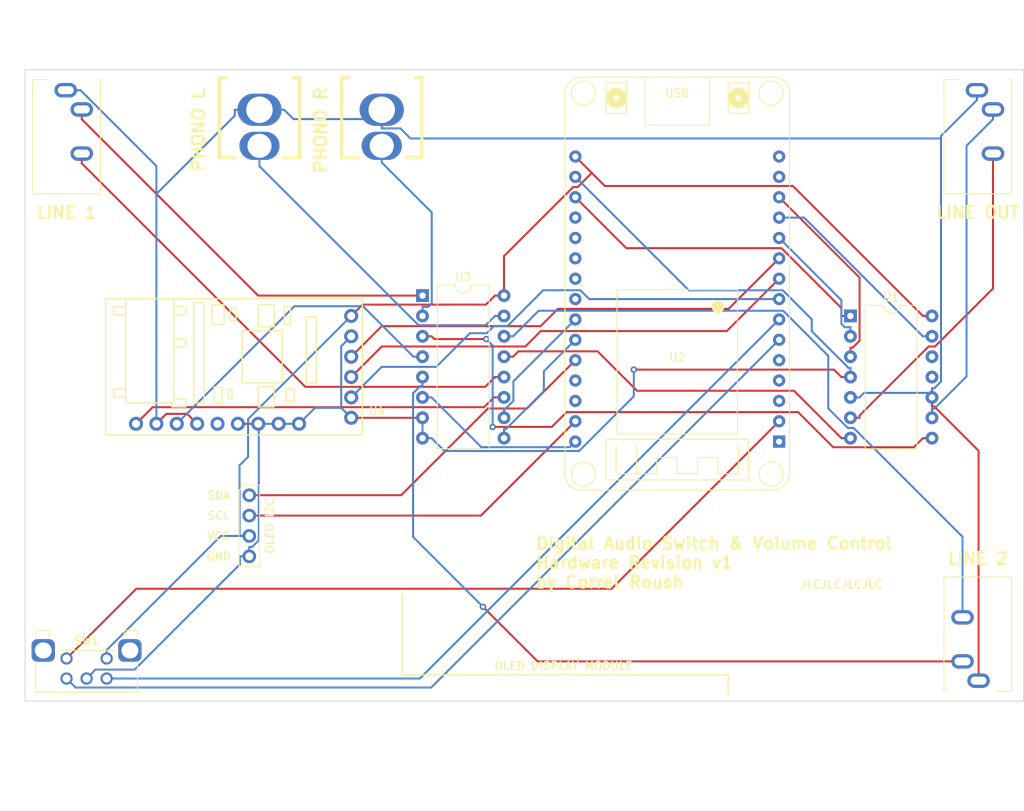
<source format=kicad_pcb>
(kicad_pcb (version 20221018) (generator pcbnew)
  (title_block (title "Digital Audio Switch") (date "2023-05-29") (rev "v1") (comment 2 "https://creativecommons.org/licenses/by/4.0/") (comment 3 "License: CC BY 4.0") (comment 4 "Author: Correl Roush <correl@gmail.com>"))
  (layers (0 "F.Cu" signal) (31 "B.Cu" signal) (34 "B.Paste" user) (35 "F.Paste" user) (36 "B.SilkS" user "B.Silkscreen") (37 "F.SilkS" user "F.Silkscreen") (38 "B.Mask" user) (39 "F.Mask" user) (44 "Edge.Cuts" user))
  (net 0 "")
  (net 1 "Net-(U3-X0)")
  (net 2 "GNDA")
  (net 3 "Net-(U3-Y0)")
  (net 4 "Net-(U1-PW1)")
  (net 5 "Net-(U1-PW0)")
  (net 6 "Net-(U3-X1)")
  (net 7 "Net-(U3-Y1)")
  (net 8 "Net-(J4-In)")
  (net 9 "Net-(J5-In)")
  (net 10 "Net-(U2-IO32)")
  (net 11 "Net-(U2-IO33)")
  (net 12 "GND")
  (net 13 "Net-(U2-SENSOR_VP)")
  (net 14 "VCC")
  (net 15 "Net-(U1-~{CS})")
  (net 16 "Net-(U1-SCK)")
  (net 17 "Net-(U1-SI)")
  (net 18 "Net-(U1-PA1)")
  (net 19 "Net-(U1-PA0)")
  (net 22 "Net-(U1-SO)")
  (net 27 "Net-(U2-IO25)")
  (net 28 "Net-(U2-IO26)")
  (net 29 "Net-(U2-IO27)")
  (net 37 "Net-(U2-IO18)")
  (net 38 "Net-(U2-IO19)")
  (net 39 "Net-(J6-Pin_1)")
  (net 42 "Net-(J6-Pin_2)")
  (net 43 "Net-(U2-IO23)")
  (net 45 "Net-(U3-Y3)")
  (net 46 "Net-(U3-X3)")
  (footprint "MountingHole:MountingHole_3.2mm_M3" (layer "F.Cu") (at 86.36 66.04)
    (fp_text reference "H2" hide)
    (fp_text value "MountingHole_3.2mm_M3")
    (pad "" np_thru_hole circle (at 0 0) (size 3.2 3.2) (drill 3.2) (layers "*.Cu" "*.Mask"))
  )
  (footprint "Digital Audio Switch:Jack_3.5mm_CUI_SJ1-3533NG_Horizontal" (layer "F.Cu") (at 189.96 135.88 180)
    (fp_text reference "J3")
    (fp_text value "LINE 2" (at 0.1 15.24 180) (layer "F.SilkS") (effects (font (size 1.5 1.5) (thickness 0.3) bold)))
    (pad "R" thru_hole oval (at 2 7.9 180) (size 2.8 1.8) (drill oval 2 1) (layers "*.Cu" "*.Mask") (net 6 "Net-(U3-X1)"))
    (pad "S" thru_hole oval (at 0 0 180) (size 2.8 1.8) (drill oval 2 1) (layers "*.Cu" "*.Mask") (net 2 "GNDA"))
    (pad "T" thru_hole oval (at 2 2.4 180) (size 2.8 1.8) (drill oval 2 1) (layers "*.Cu" "*.Mask") (net 7 "Net-(U3-Y1)"))
  )
  (footprint "Package_DIP:DIP-16_W10.16mm" (layer "F.Cu") (at 120.65 87.855)
    (fp_text reference "U3" (at 5.08 -2.33) (layer "F.SilkS") (effects (font (thickness 0.16))))
    (fp_text value "4052")
    (pad "1" thru_hole rect (at 0 0) (size 1.6 1.6) (drill 0.8) (layers "*.Cu" "*.Mask") (net 3 "Net-(U3-Y0)"))
    (pad "2" thru_hole oval (at 0 2.54) (size 1.6 1.6) (drill 0.8) (layers "*.Cu" "*.Mask") (net 9 "Net-(J5-In)"))
    (pad "3" thru_hole oval (at 0 5.08) (size 1.6 1.6) (drill 0.8) (layers "*.Cu" "*.Mask") (net 19 "Net-(U1-PA0)"))
    (pad "4" thru_hole oval (at 0 7.62) (size 1.6 1.6) (drill 0.8) (layers "*.Cu" "*.Mask") (net 45 "Net-(U3-Y3)"))
    (pad "5" thru_hole oval (at 0 10.16) (size 1.6 1.6) (drill 0.8) (layers "*.Cu" "*.Mask") (net 7 "Net-(U3-Y1)"))
    (pad "6" thru_hole oval (at 0 12.7) (size 1.6 1.6) (drill 0.8) (layers "*.Cu" "*.Mask") (net 43 "Net-(U2-IO23)"))
    (pad "7" thru_hole oval (at 0 15.24) (size 1.6 1.6) (drill 0.8) (layers "*.Cu" "*.Mask") (net 12 "GND"))
    (pad "8" thru_hole oval (at 0 17.78) (size 1.6 1.6) (drill 0.8) (layers "*.Cu" "*.Mask") (net 12 "GND"))
    (pad "9" thru_hole oval (at 10.16 17.78) (size 1.6 1.6) (drill 0.8) (layers "*.Cu" "*.Mask") (net 38 "Net-(U2-IO19)"))
    (pad "10" thru_hole oval (at 10.16 15.24) (size 1.6 1.6) (drill 0.8) (layers "*.Cu" "*.Mask") (net 37 "Net-(U2-IO18)"))
    (pad "11" thru_hole oval (at 10.16 12.7) (size 1.6 1.6) (drill 0.8) (layers "*.Cu" "*.Mask") (net 46 "Net-(U3-X3)"))
    (pad "12" thru_hole oval (at 10.16 10.16) (size 1.6 1.6) (drill 0.8) (layers "*.Cu" "*.Mask") (net 1 "Net-(U3-X0)"))
    (pad "13" thru_hole oval (at 10.16 7.62) (size 1.6 1.6) (drill 0.8) (layers "*.Cu" "*.Mask") (net 18 "Net-(U1-PA1)"))
    (pad "14" thru_hole oval (at 10.16 5.08) (size 1.6 1.6) (drill 0.8) (layers "*.Cu" "*.Mask") (net 6 "Net-(U3-X1)"))
    (pad "15" thru_hole oval (at 10.16 2.54) (size 1.6 1.6) (drill 0.8) (layers "*.Cu" "*.Mask") (net 8 "Net-(J4-In)"))
    (pad "16" thru_hole oval (at 10.16 0) (size 1.6 1.6) (drill 0.8) (layers "*.Cu" "*.Mask") (net 14 "VCC"))
  )
  (footprint "Digital Audio Switch:esp32_devkit_v1_doit" (layer "F.Cu") (at 152.4 106.07 180)
    (fp_text reference "U2" (at 0 10.47 180) (layer "F.SilkS") (effects (font (thickness 0.16))))
    (fp_text value "ESP32")
    (fp_text user "USB" (at 0 43.49 180) (layer "F.SilkS") (effects (font (thickness 0.16))))
    (pad "1" thru_hole rect (at -12.7 0 180) (size 1.524 1.524) (drill 0.762) (layers "*.Cu" "*.Mask"))
    (pad "2" thru_hole circle (at -12.7 2.54 180) (size 1.524 1.524) (drill 0.762) (layers "*.Cu" "*.Mask") (net 13 "Net-(U2-SENSOR_VP)"))
    (pad "3" thru_hole circle (at -12.7 5.08 180) (size 1.524 1.524) (drill 0.762) (layers "*.Cu" "*.Mask"))
    (pad "4" thru_hole circle (at -12.7 7.62 180) (size 1.524 1.524) (drill 0.762) (layers "*.Cu" "*.Mask"))
    (pad "5" thru_hole circle (at -12.7 10.16 180) (size 1.524 1.524) (drill 0.762) (layers "*.Cu" "*.Mask"))
    (pad "6" thru_hole circle (at -12.7 12.7 180) (size 1.524 1.524) (drill 0.762) (layers "*.Cu" "*.Mask") (net 10 "Net-(U2-IO32)"))
    (pad "7" thru_hole circle (at -12.7 15.24 180) (size 1.524 1.524) (drill 0.762) (layers "*.Cu" "*.Mask") (net 11 "Net-(U2-IO33)"))
    (pad "8" thru_hole circle (at -12.7 17.78 180) (size 1.524 1.524) (drill 0.762) (layers "*.Cu" "*.Mask") (net 27 "Net-(U2-IO25)"))
    (pad "9" thru_hole circle (at -12.7 20.32 180) (size 1.524 1.524) (drill 0.762) (layers "*.Cu" "*.Mask") (net 28 "Net-(U2-IO26)"))
    (pad "10" thru_hole circle (at -12.7 22.86 180) (size 1.524 1.524) (drill 0.762) (layers "*.Cu" "*.Mask") (net 29 "Net-(U2-IO27)"))
    (pad "11" thru_hole circle (at -12.7 25.4 180) (size 1.524 1.524) (drill 0.762) (layers "*.Cu" "*.Mask") (net 16 "Net-(U1-SCK)"))
    (pad "12" thru_hole circle (at -12.7 27.94 180) (size 1.524 1.524) (drill 0.762) (layers "*.Cu" "*.Mask") (net 22 "Net-(U1-SO)"))
    (pad "13" thru_hole circle (at -12.7 30.48 180) (size 1.524 1.524) (drill 0.762) (layers "*.Cu" "*.Mask") (net 17 "Net-(U1-SI)"))
    (pad "14" thru_hole circle (at -12.7 33.02 180) (size 1.524 1.524) (drill 0.762) (layers "*.Cu" "*.Mask"))
    (pad "15" thru_hole circle (at -12.7 35.56 180) (size 1.524 1.524) (drill 0.762) (layers "*.Cu" "*.Mask"))
    (pad "16" thru_hole circle (at 12.7 35.56 180) (size 1.524 1.524) (drill 0.762) (layers "*.Cu" "*.Mask") (net 14 "VCC"))
    (pad "17" thru_hole circle (at 12.7 33.02 180) (size 1.524 1.524) (drill 0.762) (layers "*.Cu" "*.Mask") (net 12 "GND"))
    (pad "18" thru_hole circle (at 12.7 30.48 180) (size 1.524 1.524) (drill 0.762) (layers "*.Cu" "*.Mask") (net 15 "Net-(U1-~{CS})"))
    (pad "19" thru_hole circle (at 12.7 27.94 180) (size 1.524 1.524) (drill 0.762) (layers "*.Cu" "*.Mask"))
    (pad "20" thru_hole circle (at 12.7 25.4 180) (size 1.524 1.524) (drill 0.762) (layers "*.Cu" "*.Mask"))
    (pad "21" thru_hole circle (at 12.7 22.86 180) (size 1.524 1.524) (drill 0.762) (layers "*.Cu" "*.Mask"))
    (pad "22" thru_hole circle (at 12.7 20.32 180) (size 1.524 1.524) (drill 0.762) (layers "*.Cu" "*.Mask"))
    (pad "23" thru_hole circle (at 12.7 17.78 180) (size 1.524 1.524) (drill 0.762) (layers "*.Cu" "*.Mask"))
    (pad "24" thru_hole circle (at 12.7 15.24 180) (size 1.524 1.524) (drill 0.762) (layers "*.Cu" "*.Mask") (net 37 "Net-(U2-IO18)"))
    (pad "25" thru_hole circle (at 12.7 12.7 180) (size 1.524 1.524) (drill 0.762) (layers "*.Cu" "*.Mask") (net 38 "Net-(U2-IO19)"))
    (pad "26" thru_hole circle (at 12.7 10.16 180) (size 1.524 1.524) (drill 0.762) (layers "*.Cu" "*.Mask") (net 39 "Net-(J6-Pin_1)"))
    (pad "27" thru_hole circle (at 12.7 7.62 180) (size 1.524 1.524) (drill 0.762) (layers "*.Cu" "*.Mask"))
    (pad "28" thru_hole circle (at 12.7 5.08 180) (size 1.524 1.524) (drill 0.762) (layers "*.Cu" "*.Mask"))
    (pad "29" thru_hole circle (at 12.7 2.54 180) (size 1.524 1.524) (drill 0.762) (layers "*.Cu" "*.Mask") (net 42 "Net-(J6-Pin_2)"))
    (pad "30" thru_hole circle (at 12.7 0 180) (size 1.524 1.524) (drill 0.762) (layers "*.Cu" "*.Mask") (net 43 "Net-(U2-IO23)"))
  )
  (footprint "Digital Audio Switch:Jack_3.5mm_CUI_SJ1-3533NG_Horizontal" (layer "F.Cu") (at 189.76 62.24)
    (fp_text reference "J2")
    (fp_text value "LINE OUT" (at 0.1 15.24) (layer "F.SilkS") (effects (font (size 1.5 1.5) (thickness 0.3) bold)))
    (pad "R" thru_hole oval (at 2 7.9) (size 2.8 1.8) (drill oval 2 1) (layers "*.Cu" "*.Mask") (net 4 "Net-(U1-PW1)"))
    (pad "S" thru_hole oval (at 0 0) (size 2.8 1.8) (drill oval 2 1) (layers "*.Cu" "*.Mask") (net 2 "GNDA"))
    (pad "T" thru_hole oval (at 2 2.4) (size 2.8 1.8) (drill oval 2 1) (layers "*.Cu" "*.Mask") (net 5 "Net-(U1-PW0)"))
  )
  (footprint "Digital Audio Switch:KLPX-0848A" (layer "F.Cu") (at 100.33 64.6802 -90)
    (fp_text reference "J4")
    (fp_text value "PHONO L" (at 2.54 7.62 -90) (layer "F.SilkS") (effects (font (size 1.524 1.524) (thickness 0.3048))))
    (pad "1" thru_hole oval (at 4.5 0 270) (size 3.5 5) (drill 3) (layers "*.Cu" "*.Mask") (net 8 "Net-(J4-In)"))
    (pad "2" thru_hole oval (at 0 0 270) (size 4 5.5) (drill 3.3) (layers "*.Cu" "*.Mask") (net 2 "GNDA"))
  )
  (footprint "Digital Audio Switch:PCM5102" (layer "F.Cu") (at 105.26 103.845 180)
    (fp_text reference "U4" (at -9.7415 1.5845 180) (layer "F.SilkS") (effects (font (thickness 0.16))))
    (fp_text value "PCM5102A")
    (pad "1" thru_hole circle (at -6.5 13.45 180) (size 1.75 1.75) (drill 1) (layers "*.Cu" "*.Mask") (net 14 "VCC"))
    (pad "2" thru_hole circle (at -6.5 10.91 180) (size 1.75 1.75) (drill 1) (layers "*.Cu" "*.Mask") (net 12 "GND"))
    (pad "3" thru_hole circle (at -6.5 8.37 180) (size 1.75 1.75) (drill 1) (layers "*.Cu" "*.Mask") (net 29 "Net-(U2-IO27)"))
    (pad "4" thru_hole circle (at -6.5 5.83 180) (size 1.75 1.75) (drill 1) (layers "*.Cu" "*.Mask") (net 28 "Net-(U2-IO26)"))
    (pad "5" thru_hole circle (at -6.5 3.29 180) (size 1.75 1.75) (drill 1) (layers "*.Cu" "*.Mask") (net 27 "Net-(U2-IO25)"))
    (pad "6" thru_hole circle (at -6.5 0.75 180) (size 1.75 1.75) (drill 1) (layers "*.Cu" "*.Mask") (net 12 "GND"))
    (pad "7" thru_hole circle (at 0 0 180) (size 1.75 1.75) (drill 1) (layers "*.Cu" "*.Mask") (net 12 "GND"))
    (pad "8" thru_hole circle (at 2.54 0 180) (size 1.75 1.75) (drill 1) (layers "*.Cu" "*.Mask") (net 12 "GND"))
    (pad "9" thru_hole circle (at 5.08 0 180) (size 1.75 1.75) (drill 1) (layers "*.Cu" "*.Mask") (net 12 "GND"))
    (pad "10" thru_hole circle (at 7.62 0 180) (size 1.75 1.75) (drill 1) (layers "*.Cu" "*.Mask") (net 12 "GND"))
    (pad "11" thru_hole circle (at 10.16 0 180) (size 1.75 1.75) (drill 1) (layers "*.Cu" "*.Mask"))
    (pad "12" thru_hole circle (at 12.7 0 180) (size 1.75 1.75) (drill 1) (layers "*.Cu" "*.Mask") (net 2 "GNDA"))
    (pad "13" thru_hole circle (at 15.24 0 180) (size 1.75 1.75) (drill 1) (layers "*.Cu" "*.Mask") (net 45 "Net-(U3-Y3)"))
    (pad "14" thru_hole circle (at 17.78 0 180) (size 1.75 1.75) (drill 1) (layers "*.Cu" "*.Mask") (net 2 "GNDA"))
    (pad "15" thru_hole circle (at 20.32 0 180) (size 1.75 1.75) (drill 1) (layers "*.Cu" "*.Mask") (net 46 "Net-(U3-X3)"))
  )
  (footprint "MountingHole:MountingHole_3.2mm_M3" (layer "F.Cu") (at 77.47 120.65)
    (fp_text reference "H3" hide)
    (fp_text value "MountingHole_3.2mm_M3")
    (pad "" np_thru_hole circle (at 0 0) (size 3.2 3.2) (drill 3.2) (layers "*.Cu" "*.Mask"))
  )
  (footprint "Rotary_Encoder:RotaryEncoder_Bourns_Horizontal_PEC12R-2xxxF-Sxxxx" (layer "F.Cu") (at 76.28 135.615 -90)
    (fp_text reference "SW1" (at -4.7 -2.5 180) (layer "F.SilkS") (effects (font (thickness 0.16))))
    (fp_text value "ROTARY")
    (pad "A" thru_hole circle (at 0 0) (size 1.524 1.524) (drill 1) (layers "*.Cu" "*.Mask") (net 10 "Net-(U2-IO32)"))
    (pad "B" thru_hole circle (at 0 -5) (size 1.524 1.524) (drill 1) (layers "*.Cu" "*.Mask") (net 11 "Net-(U2-IO33)"))
    (pad "C" thru_hole circle (at 0 -2.5) (size 1.524 1.524) (drill 1) (layers "*.Cu" "*.Mask") (net 12 "GND"))
    (pad "S1" thru_hole circle (at -2.5 0) (size 1.524 1.524) (drill 1) (layers "*.Cu" "*.Mask") (net 13 "Net-(U2-SENSOR_VP)"))
    (pad "S2" thru_hole circle (at -2.5 -5) (size 1.524 1.524) (drill 1) (layers "*.Cu" "*.Mask") (net 14 "VCC"))
    (pad "SH" thru_hole roundrect (at -3.5 -7.9) (size 2.9 2.8) (drill oval 2.1 2) (layers "*.Cu" "*.Mask"))
    (pad "SH" thru_hole roundrect (at -3.5 2.9) (size 2.9 2.8) (drill oval 2.1 2) (layers "*.Cu" "*.Mask"))
  )
  (footprint "Digital Audio Switch:KLPX-0848A" (layer "F.Cu") (at 115.57 64.6802 -90)
    (fp_text reference "J5")
    (fp_text value "PHONO R" (at 2.54 7.62 -90) (layer "F.SilkS") (effects (font (size 1.524 1.524) (thickness 0.3048))))
    (pad "1" thru_hole oval (at 4.5 0 270) (size 3.5 5) (drill 3) (layers "*.Cu" "*.Mask") (net 9 "Net-(J5-In)"))
    (pad "2" thru_hole oval (at 0 0 270) (size 4 5.5) (drill 3.3) (layers "*.Cu" "*.Mask") (net 2 "GNDA"))
  )
  (footprint "Digital Audio Switch:I2C Pin Header" (layer "F.Cu") (at 99.06 112.755)
    (fp_text reference "J6" hide)
    (fp_text value "OLED I2C" (at 2.54 3.81 270) (layer "F.SilkS") (effects (font (thickness 0.16))))
    (fp_text user "SCL" (at -3.81 2.54) (layer "F.SilkS") (effects (font (thickness 0.16))))
    (fp_text user "VCC" (at -3.81 5.08) (layer "F.SilkS") (effects (font (thickness 0.16))))
    (fp_text user "GND" (at -3.81 7.62) (layer "F.SilkS") (effects (font (thickness 0.16))))
    (fp_text user "SDA" (at -3.81 0) (layer "F.SilkS") (effects (font (thickness 0.16))))
    (pad "1" thru_hole circle (at 0 0) (size 1.7 1.7) (drill 1) (layers "*.Cu" "*.Mask") (net 39 "Net-(J6-Pin_1)"))
    (pad "2" thru_hole oval (at 0 2.54) (size 1.7 1.7) (drill 1) (layers "*.Cu" "*.Mask") (net 42 "Net-(J6-Pin_2)"))
    (pad "3" thru_hole oval (at 0 5.08) (size 1.7 1.7) (drill 1) (layers "*.Cu" "*.Mask") (net 14 "VCC"))
    (pad "4" thru_hole oval (at 0 7.62) (size 1.7 1.7) (drill 1) (layers "*.Cu" "*.Mask") (net 12 "GND"))
  )
  (footprint "MountingHole:MountingHole_3.2mm_M3" (layer "F.Cu") (at 172.72 130.81)
    (fp_text reference "H4" hide)
    (fp_text value "MountingHole_3.2mm_M3")
    (pad "" np_thru_hole circle (at 0 0) (size 3.2 3.2) (drill 3.2) (layers "*.Cu" "*.Mask"))
  )
  (footprint "Digital Audio Switch:Jack_3.5mm_CUI_SJ1-3533NG_Horizontal" (layer "F.Cu") (at 76.18 62.24)
    (fp_text reference "J1")
    (fp_text value "LINE 1" (at 0.1 15.24) (layer "F.SilkS") (effects (font (size 1.5 1.5) (thickness 0.3) bold)))
    (pad "R" thru_hole oval (at 2 7.9) (size 2.8 1.8) (drill oval 2 1) (layers "*.Cu" "*.Mask") (net 1 "Net-(U3-X0)"))
    (pad "S" thru_hole oval (at 0 0) (size 2.8 1.8) (drill oval 2 1) (layers "*.Cu" "*.Mask") (net 2 "GNDA"))
    (pad "T" thru_hole oval (at 2 2.4) (size 2.8 1.8) (drill oval 2 1) (layers "*.Cu" "*.Mask") (net 3 "Net-(U3-Y0)"))
  )
  (footprint "Package_DIP:DIP-14_W10.16mm" (layer "F.Cu") (at 173.99 90.395)
    (fp_text reference "U1" (at 5.08 -2.33) (layer "F.SilkS") (effects (font (thickness 0.16))))
    (fp_text value "MCP4231")
    (pad "1" thru_hole rect (at 0 0) (size 1.6 1.6) (drill 0.8) (layers "*.Cu" "*.Mask") (net 15 "Net-(U1-~{CS})"))
    (pad "2" thru_hole oval (at 0 2.54) (size 1.6 1.6) (drill 0.8) (layers "*.Cu" "*.Mask") (net 16 "Net-(U1-SCK)"))
    (pad "3" thru_hole oval (at 0 5.08) (size 1.6 1.6) (drill 0.8) (layers "*.Cu" "*.Mask") (net 17 "Net-(U1-SI)"))
    (pad "4" thru_hole oval (at 0 7.62) (size 1.6 1.6) (drill 0.8) (layers "*.Cu" "*.Mask") (net 12 "GND"))
    (pad "5" thru_hole oval (at 0 10.16) (size 1.6 1.6) (drill 0.8) (layers "*.Cu" "*.Mask") (net 2 "GNDA"))
    (pad "6" thru_hole oval (at 0 12.7) (size 1.6 1.6) (drill 0.8) (layers "*.Cu" "*.Mask") (net 4 "Net-(U1-PW1)"))
    (pad "7" thru_hole oval (at 0 15.24) (size 1.6 1.6) (drill 0.8) (layers "*.Cu" "*.Mask") (net 18 "Net-(U1-PA1)"))
    (pad "8" thru_hole oval (at 10.16 15.24) (size 1.6 1.6) (drill 0.8) (layers "*.Cu" "*.Mask") (net 19 "Net-(U1-PA0)"))
    (pad "9" thru_hole oval (at 10.16 12.7) (size 1.6 1.6) (drill 0.8) (layers "*.Cu" "*.Mask") (net 5 "Net-(U1-PW0)"))
    (pad "10" thru_hole oval (at 10.16 10.16) (size 1.6 1.6) (drill 0.8) (layers "*.Cu" "*.Mask") (net 2 "GNDA"))
    (pad "11" thru_hole oval (at 10.16 7.62) (size 1.6 1.6) (drill 0.8) (layers "*.Cu" "*.Mask"))
    (pad "12" thru_hole oval (at 10.16 5.08) (size 1.6 1.6) (drill 0.8) (layers "*.Cu" "*.Mask"))
    (pad "13" thru_hole oval (at 10.16 2.54) (size 1.6 1.6) (drill 0.8) (layers "*.Cu" "*.Mask") (net 22 "Net-(U1-SO)"))
    (pad "14" thru_hole oval (at 10.16 0) (size 1.6 1.6) (drill 0.8) (layers "*.Cu" "*.Mask") (net 14 "VCC"))
  )
  (footprint "MountingHole:MountingHole_3.2mm_M3" (layer "F.Cu") (at 176.53 66.04)
    (fp_text reference "H1" hide)
    (fp_text value "MountingHole_3.2mm_M3")
    (pad "" np_thru_hole circle (at 0 0) (size 3.2 3.2) (drill 3.2) (layers "*.Cu" "*.Mask"))
  )
  (gr_line (start 118.11 135.155) (end 158.75 135.155) (stroke (width 0.15)) (layer "F.SilkS"))
  (gr_line (start 158.75 135.155) (end 158.75 137.695) (stroke (width 0.15)) (layer "F.SilkS"))
  (gr_line (start 118.11 135.155) (end 118.11 124.995) (stroke (width 0.15)) (layer "F.SilkS"))
  (gr_rect (start 71.12 59.69) (end 195.58 138.43) (stroke (width 0.1)) (fill none) (layer "Edge.Cuts"))
  (gr_text "JLCJLCJLCJLC" (at 167.64 124.46) (layer "F.SilkS") (effects (font (size 1 1) (thickness 0.16)) (justify left bottom)))
  (gr_text "Digital Audio Switch & Volume Control\nHardware Revision v1\nby Correl Roush" (at 134.62 124.46) (layer "F.SilkS") (effects (font (size 1.5 1.5) (thickness 0.3) bold) (justify left bottom)))
  (gr_text "OLED DISPLAY MODULE" (at 129.54 134.62) (layer "F.SilkS") (effects (font (size 1 1) (thickness 0.16)) (justify left bottom)))
  (segment (start 78.18 70.14) (end 78.18 71.3669) (width 0.25) (layer "F.Cu") (net 1))
  (segment (start 130.81 98.015) (end 129.6831 98.015) (width 0.25) (layer "F.Cu") (net 1))
  (segment (start 106.0479 99.2348) (end 128.4633 99.2348) (width 0.25) (layer "F.Cu") (net 1))
  (segment (start 78.18 71.3669) (end 106.0479 99.2348) (width 0.25) (layer "F.Cu") (net 1))
  (segment (start 128.4633 99.2348) (end 129.6831 98.015) (width 0.25) (layer "F.Cu") (net 1))
  (segment (start 184.4317 101.6819) (end 189.96 107.2102) (width 0.25) (layer "F.Cu") (net 2))
  (segment (start 91.3249 102.6099) (end 92.56 103.845) (width 0.25) (layer "F.Cu") (net 2))
  (segment (start 87.48 103.845) (end 88.7151 102.6099) (width 0.25) (layer "F.Cu") (net 2))
  (segment (start 184.15 101.6819) (end 184.4317 101.6819) (width 0.25) (layer "F.Cu") (net 2))
  (segment (start 189.96 107.2102) (end 189.96 135.88) (width 0.25) (layer "F.Cu") (net 2))
  (segment (start 88.7151 102.6099) (end 91.3249 102.6099) (width 0.25) (layer "F.Cu") (net 2))
  (segment (start 184.15 100.555) (end 184.15 101.6819) (width 0.25) (layer "F.Cu") (net 2))
  (segment (start 185.2769 67.95) (end 189.76 63.4669) (width 0.25) (layer "B.Cu") (net 2))
  (segment (start 104.5703 65.8436) (end 103.4069 64.6802) (width 0.25) (layer "B.Cu") (net 2))
  (segment (start 184.15 99.4281) (end 184.4217 99.4281) (width 0.25) (layer "B.Cu") (net 2))
  (segment (start 184.4217 99.4281) (end 185.2769 98.5729) (width 0.25) (layer "B.Cu") (net 2))
  (segment (start 115.57 65.8436) (end 115.57 67.0071) (width 0.25) (layer "B.Cu") (net 2))
  (segment (start 100.33 64.6802) (end 97.2531 64.6802) (width 0.25) (layer "B.Cu") (net 2))
  (segment (start 184.15 99.9915) (end 175.6804 99.9915) (width 0.25) (layer "B.Cu") (net 2))
  (segment (start 97.2531 65.4079) (end 97.2531 64.6802) (width 0.25) (layer "B.Cu") (net 2))
  (segment (start 185.2769 98.5729) (end 185.2769 68.2623) (width 0.25) (layer "B.Cu") (net 2))
  (segment (start 87.48 75.181) (end 87.48 71.6983) (width 0.25) (layer "B.Cu") (net 2))
  (segment (start 115.57 64.6802) (end 115.57 65.8436) (width 0.25) (layer "B.Cu") (net 2))
  (segment (start 185.2769 68.2623) (end 119.1521 68.2623) (width 0.25) (layer "B.Cu") (net 2))
  (segment (start 175.6804 99.9915) (end 175.1169 100.555) (width 0.25) (layer "B.Cu") (net 2))
  (segment (start 87.48 75.181) (end 97.2531 65.4079) (width 0.25) (layer "B.Cu") (net 2))
  (segment (start 78.0217 62.24) (end 76.18 62.24) (width 0.25) (layer "B.Cu") (net 2))
  (segment (start 115.57 65.8436) (end 104.5703 65.8436) (width 0.25) (layer "B.Cu") (net 2))
  (segment (start 87.48 71.6983) (end 78.0217 62.24) (width 0.25) (layer "B.Cu") (net 2))
  (segment (start 100.33 64.6802) (end 103.4069 64.6802) (width 0.25) (layer "B.Cu") (net 2))
  (segment (start 189.76 62.24) (end 189.76 63.4669) (width 0.25) (layer "B.Cu") (net 2))
  (segment (start 173.99 100.555) (end 175.1169 100.555) (width 0.25) (layer "B.Cu") (net 2))
  (segment (start 185.2769 68.2623) (end 185.2769 67.95) (width 0.25) (layer "B.Cu") (net 2))
  (segment (start 184.15 99.9915) (end 184.15 99.4281) (width 0.25) (layer "B.Cu") (net 2))
  (segment (start 117.8969 67.0071) (end 115.57 67.0071) (width 0.25) (layer "B.Cu") (net 2))
  (segment (start 119.1521 68.2623) (end 117.8969 67.0071) (width 0.25) (layer "B.Cu") (net 2))
  (segment (start 87.48 103.845) (end 87.48 75.181) (width 0.25) (layer "B.Cu") (net 2))
  (segment (start 184.15 100.555) (end 184.15 99.9915) (width 0.25) (layer "B.Cu") (net 2))
  (segment (start 78.18 64.64) (end 78.18 65.8669) (width 0.25) (layer "F.Cu") (net 3))
  (segment (start 120.65 87.855) (end 100.1681 87.855) (width 0.25) (layer "F.Cu") (net 3))
  (segment (start 100.1681 87.855) (end 78.18 65.8669) (width 0.25) (layer "F.Cu") (net 3))
  (segment (start 175.1169 103.095) (end 175.1169 102.8133) (width 0.25) (layer "F.Cu") (net 4))
  (segment (start 175.1169 102.8133) (end 183.7252 94.205) (width 0.25) (layer "F.Cu") (net 4))
  (segment (start 191.76 86.9681) (end 191.76 70.14) (width 0.25) (layer "F.Cu") (net 4))
  (segment (start 173.99 103.095) (end 175.1169 103.095) (width 0.25) (layer "F.Cu") (net 4))
  (segment (start 183.7252 94.205) (end 184.5231 94.205) (width 0.25) (layer "F.Cu") (net 4))
  (segment (start 184.5231 94.205) (end 191.76 86.9681) (width 0.25) (layer "F.Cu") (net 4))
  (segment (start 184.4317 101.9681) (end 188.4615 97.9383) (width 0.25) (layer "B.Cu") (net 5))
  (segment (start 184.15 101.9681) (end 184.4317 101.9681) (width 0.25) (layer "B.Cu") (net 5))
  (segment (start 188.4615 69.1654) (end 191.76 65.8669) (width 0.25) (layer "B.Cu") (net 5))
  (segment (start 191.76 64.64) (end 191.76 65.8669) (width 0.25) (layer "B.Cu") (net 5))
  (segment (start 188.4615 97.9383) (end 188.4615 69.1654) (width 0.25) (layer "B.Cu") (net 5))
  (segment (start 184.15 103.095) (end 184.15 101.9681) (width 0.25) (layer "B.Cu") (net 5))
  (segment (start 165.594 89.7409) (end 171.2231 95.37) (width 0.25) (layer "B.Cu") (net 6))
  (segment (start 171.2231 101.9256) (end 173.6625 104.365) (width 0.25) (layer "B.Cu") (net 6))
  (segment (start 187.96 117.9361) (end 187.96 127.98) (width 0.25) (layer "B.Cu") (net 6))
  (segment (start 130.81 92.935) (end 131.9369 92.935) (width 0.25) (layer "B.Cu") (net 6))
  (segment (start 135.131 89.7409) (end 165.594 89.7409) (width 0.25) (layer "B.Cu") (net 6))
  (segment (start 171.2231 95.37) (end 171.2231 101.9256) (width 0.25) (layer "B.Cu") (net 6))
  (segment (start 174.3889 104.365) (end 187.96 117.9361) (width 0.25) (layer "B.Cu") (net 6))
  (segment (start 173.6625 104.365) (end 174.3889 104.365) (width 0.25) (layer "B.Cu") (net 6))
  (segment (start 131.9369 92.935) (end 135.131 89.7409) (width 0.25) (layer "B.Cu") (net 6))
  (segment (start 187.96 133.48) (end 134.9971 133.48) (width 0.25) (layer "F.Cu") (net 7))
  (segment (start 134.9971 133.48) (end 128.1859 126.6688) (width 0.25) (layer "F.Cu") (net 7))
  (via (at 128.1859 126.6688) (size 0.8) (drill 0.4) (layers "F.Cu" "B.Cu") (net 7))
  (segment (start 119.4761 117.959) (end 128.1859 126.6688) (width 0.25) (layer "B.Cu") (net 7))
  (segment (start 119.4761 100.0341) (end 119.4761 117.959) (width 0.25) (layer "B.Cu") (net 7))
  (segment (start 120.65 98.015) (end 120.65 99.1419) (width 0.25) (layer "B.Cu") (net 7))
  (segment (start 120.3683 99.1419) (end 119.4761 100.0341) (width 0.25) (layer "B.Cu") (net 7))
  (segment (start 120.65 99.1419) (end 120.3683 99.1419) (width 0.25) (layer "B.Cu") (net 7))
  (segment (start 100.33 69.1802) (end 100.33 71.7279) (width 0.25) (layer "B.Cu") (net 8))
  (segment (start 100.33 71.7279) (end 120.1545 91.5524) (width 0.25) (layer "B.Cu") (net 8))
  (segment (start 120.1545 91.5524) (end 128.5257 91.5524) (width 0.25) (layer "B.Cu") (net 8))
  (segment (start 128.5257 91.5524) (end 129.6831 90.395) (width 0.25) (layer "B.Cu") (net 8))
  (segment (start 130.81 90.395) (end 129.6831 90.395) (width 0.25) (layer "B.Cu") (net 8))
  (segment (start 121.7994 88.8332) (end 121.3645 89.2681) (width 0.25) (layer "B.Cu") (net 9))
  (segment (start 121.3645 89.2681) (end 120.65 89.2681) (width 0.25) (layer "B.Cu") (net 9))
  (segment (start 121.7994 77.4865) (end 121.7994 88.8332) (width 0.25) (layer "B.Cu") (net 9))
  (segment (start 120.65 90.395) (end 120.65 89.2681) (width 0.25) (layer "B.Cu") (net 9))
  (segment (start 115.57 71.2571) (end 121.7994 77.4865) (width 0.25) (layer "B.Cu") (net 9))
  (segment (start 115.57 69.1802) (end 115.57 71.2571) (width 0.25) (layer "B.Cu") (net 9))
  (segment (start 76.28 135.615) (end 77.4029 136.7379) (width 0.25) (layer "B.Cu") (net 10))
  (segment (start 121.7321 136.7379) (end 165.1 93.37) (width 0.25) (layer "B.Cu") (net 10))
  (segment (start 77.4029 136.7379) (end 121.7321 136.7379) (width 0.25) (layer "B.Cu") (net 10))
  (segment (start 120.315 135.615) (end 165.1 90.83) (width 0.25) (layer "B.Cu") (net 11))
  (segment (start 81.28 135.615) (end 120.315 135.615) (width 0.25) (layer "B.Cu") (net 11))
  (segment (start 97.64 103.845) (end 100.18 103.845) (width 0.25) (layer "F.Cu") (net 12))
  (segment (start 171.9346 97.0865) (end 146.9862 97.0865) (width 0.25) (layer "F.Cu") (net 12))
  (segment (start 172.8631 98.015) (end 171.9346 97.0865) (width 0.25) (layer "F.Cu") (net 12))
  (segment (start 111.76 103.095) (end 119.5231 103.095) (width 0.25) (layer "F.Cu") (net 12))
  (segment (start 120.65 103.095) (end 119.5231 103.095) (width 0.25) (layer "F.Cu") (net 12))
  (segment (start 173.99 98.015) (end 172.8631 98.015) (width 0.25) (layer "F.Cu") (net 12))
  (via (at 146.9862 97.0865) (size 0.8) (drill 0.4) (layers "F.Cu" "B.Cu") (net 12))
  (segment (start 146.9862 100.4228) (end 140.1734 107.2356) (width 0.25) (layer "B.Cu") (net 12))
  (segment (start 99.06 120.375) (end 97.8831 120.375) (width 0.25) (layer "B.Cu") (net 12))
  (segment (start 105.26 103.845) (end 102.72 103.845) (width 0.25) (layer "B.Cu") (net 12))
  (segment (start 153.8481 87.1981) (end 139.7 73.05) (width 0.25) (layer "B.Cu") (net 12))
  (segment (start 100.2411 118.3828) (end 99.4258 119.1981) (width 0.25) (layer "B.Cu") (net 12))
  (segment (start 169.1712 92.2921) (end 169.1712 90.811) (width 0.25) (layer "B.Cu") (net 12))
  (segment (start 110.5196 101.8546) (end 111.76 103.095) (width 0.25) (layer "B.Cu") (net 12))
  (segment (start 78.78 135.615) (end 79.8926 134.5024) (width 0.25) (layer "B.Cu") (net 12))
  (segment (start 140.1734 107.2356) (end 123.3775 107.2356) (width 0.25) (layer "B.Cu") (net 12))
  (segment (start 102.72 103.845) (end 100.3022 103.845) (width 0.25) (layer "B.Cu") (net 12))
  (segment (start 169.1712 90.811) (end 165.5583 87.1981) (width 0.25) (layer "B.Cu") (net 12))
  (segment (start 111.76 92.935) (end 110.5196 94.1754) (width 0.25) (layer "B.Cu") (net 12))
  (segment (start 84.7603 134.5024) (end 97.8831 121.3796) (width 0.25) (layer "B.Cu") (net 12))
  (segment (start 100.3022 103.845) (end 100.2411 103.9061) (width 0.25) (layer "B.Cu") (net 12))
  (segment (start 146.9862 97.0865) (end 146.9862 100.4228) (width 0.25) (layer "B.Cu") (net 12))
  (segment (start 79.8926 134.5024) (end 84.7603 134.5024) (width 0.25) (layer "B.Cu") (net 12))
  (segment (start 107.2504 101.8546) (end 105.26 103.845) (width 0.25) (layer "B.Cu") (net 12))
  (segment (start 120.65 105.635) (end 120.65 103.095) (width 0.25) (layer "B.Cu") (net 12))
  (segment (start 110.5196 94.1754) (end 110.5196 101.8546) (width 0.25) (layer "B.Cu") (net 12))
  (segment (start 173.99 98.015) (end 173.99 96.8881) (width 0.25) (layer "B.Cu") (net 12))
  (segment (start 110.5196 101.8546) (end 107.2504 101.8546) (width 0.25) (layer "B.Cu") (net 12))
  (segment (start 120.65 105.635) (end 121.7769 105.635) (width 0.25) (layer "B.Cu") (net 12))
  (segment (start 100.18 103.845) (end 100.2411 103.9061) (width 0.25) (layer "B.Cu") (net 12))
  (segment (start 100.2411 103.9061) (end 100.2411 118.3828) (width 0.25) (layer "B.Cu") (net 12))
  (segment (start 173.7672 96.8881) (end 169.1712 92.2921) (width 0.25) (layer "B.Cu") (net 12))
  (segment (start 165.5583 87.1981) (end 153.8481 87.1981) (width 0.25) (layer "B.Cu") (net 12))
  (segment (start 99.4258 119.1981) (end 99.06 119.1981) (width 0.25) (layer "B.Cu") (net 12))
  (segment (start 97.8831 121.3796) (end 97.8831 120.375) (width 0.25) (layer "B.Cu") (net 12))
  (segment (start 99.06 120.375) (end 99.06 119.1981) (width 0.25) (layer "B.Cu") (net 12))
  (segment (start 123.3775 107.2356) (end 121.7769 105.635) (width 0.25) (layer "B.Cu") (net 12))
  (segment (start 173.99 96.8881) (end 173.7672 96.8881) (width 0.25) (layer "B.Cu") (net 12))
  (segment (start 76.28 133.115) (end 84.9785 124.4165) (width 0.25) (layer "F.Cu") (net 13))
  (segment (start 84.9785 124.4165) (end 144.2135 124.4165) (width 0.25) (layer "F.Cu") (net 13))
  (segment (start 144.2135 124.4165) (end 165.1 103.53) (width 0.25) (layer "F.Cu") (net 13))
  (segment (start 130.81 82.9323) (end 130.81 87.855) (width 0.25) (layer "F.Cu") (net 14))
  (segment (start 183.0231 90.395) (end 166.8141 74.186) (width 0.25) (layer "F.Cu") (net 14))
  (segment (start 166.8141 74.186) (end 143.3761 74.186) (width 0.25) (layer "F.Cu") (net 14))
  (segment (start 143.3761 74.186) (end 142.2147 73.0246) (width 0.25) (layer "F.Cu") (net 14))
  (segment (start 130.81 87.855) (end 129.6831 87.855) (width 0.25) (layer "F.Cu") (net 14))
  (segment (start 142.2147 73.0246) (end 142.2146 73.0246) (width 0.25) (layer "F.Cu") (net 14))
  (segment (start 128.5562 88.9819) (end 113.1731 88.9819) (width 0.25) (layer "F.Cu") (net 14))
  (segment (start 141.7469 72.5568) (end 139.7 70.51) (width 0.25) (layer "F.Cu") (net 14))
  (segment (start 184.15 90.395) (end 183.0231 90.395) (width 0.25) (layer "F.Cu") (net 14))
  (segment (start 129.6831 87.855) (end 128.5562 88.9819) (width 0.25) (layer "F.Cu") (net 14))
  (segment (start 113.1731 88.9819) (end 111.76 90.395) (width 0.25) (layer "F.Cu") (net 14))
  (segment (start 141.7469 72.5568) (end 139.9837 74.32) (width 0.25) (layer "F.Cu") (net 14))
  (segment (start 139.9837 74.32) (end 139.4223 74.32) (width 0.25) (layer "F.Cu") (net 14))
  (segment (start 139.4223 74.32) (end 130.81 82.9323) (width 0.25) (layer "F.Cu") (net 14))
  (segment (start 142.2146 73.0246) (end 141.7469 72.5568) (width 0.25) (layer "F.Cu") (net 14))
  (segment (start 98.91 107.9638) (end 98.91 103.245) (width 0.25) (layer "B.Cu") (net 14))
  (segment (start 97.8438 117.835) (end 97.8438 109.03) (width 0.25) (layer "B.Cu") (net 14))
  (segment (start 99.06 117.835) (end 97.8438 117.835) (width 0.25) (layer "B.Cu") (net 14))
  (segment (start 95.5106 117.835) (end 81.28 132.0656) (width 0.25) (layer "B.Cu") (net 14))
  (segment (start 97.8438 117.835) (end 95.5106 117.835) (width 0.25) (layer "B.Cu") (net 14))
  (segment (start 81.28 132.0656) (end 81.28 133.115) (width 0.25) (layer "B.Cu") (net 14))
  (segment (start 98.91 103.245) (end 111.76 90.395) (width 0.25) (layer "B.Cu") (net 14))
  (segment (start 97.8438 109.03) (end 98.91 107.9638) (width 0.25) (layer "B.Cu") (net 14))
  (segment (start 146.05 81.94) (end 139.7 75.59) (width 0.25) (layer "F.Cu") (net 15))
  (segment (start 165.3941 81.94) (end 146.05 81.94) (width 0.25) (layer "F.Cu") (net 15))
  (segment (start 173.99 90.395) (end 172.8631 90.395) (width 0.25) (layer "F.Cu") (net 15))
  (segment (start 172.8631 89.409) (end 165.3941 81.94) (width 0.25) (layer "F.Cu") (net 15))
  (segment (start 172.8631 90.395) (end 172.8631 89.409) (width 0.25) (layer "F.Cu") (net 15))
  (segment (start 172.8631 91.3856) (end 172.8631 88.4331) (width 0.25) (layer "B.Cu") (net 16))
  (segment (start 173.2856 91.8081) (end 172.8631 91.3856) (width 0.25) (layer "B.Cu") (net 16))
  (segment (start 173.99 91.8081) (end 173.2856 91.8081) (width 0.25) (layer "B.Cu") (net 16))
  (segment (start 173.99 92.935) (end 173.99 91.8081) (width 0.25) (layer "B.Cu") (net 16))
  (segment (start 172.8631 88.4331) (end 165.1 80.67) (width 0.25) (layer "B.Cu") (net 16))
  (segment (start 173.99 95.475) (end 173.99 94.3481) (width 0.25) (layer "F.Cu") (net 17))
  (segment (start 174.2717 94.3481) (end 175.1277 93.4921) (width 0.25) (layer "F.Cu") (net 17))
  (segment (start 175.1277 85.6177) (end 165.1 75.59) (width 0.25) (layer "F.Cu") (net 17))
  (segment (start 173.99 94.3481) (end 174.2717 94.3481) (width 0.25) (layer "F.Cu") (net 17))
  (segment (start 175.1277 93.4921) (end 175.1277 85.6177) (width 0.25) (layer "F.Cu") (net 17))
  (segment (start 147.3831 99.72) (end 142.4722 94.8091) (width 0.25) (layer "F.Cu") (net 18))
  (segment (start 132.6028 94.8091) (end 131.9369 95.475) (width 0.25) (layer "F.Cu") (net 18))
  (segment (start 142.4722 94.8091) (end 132.6028 94.8091) (width 0.25) (layer "F.Cu") (net 18))
  (segment (start 166.9481 99.72) (end 147.3831 99.72) (width 0.25) (layer "F.Cu") (net 18))
  (segment (start 172.8631 105.635) (end 166.9481 99.72) (width 0.25) (layer "F.Cu") (net 18))
  (segment (start 173.99 105.635) (end 172.8631 105.635) (width 0.25) (layer "F.Cu") (net 18))
  (segment (start 130.81 95.475) (end 131.9369 95.475) (width 0.25) (layer "F.Cu") (net 18))
  (segment (start 167.4614 102.3865) (end 138.6126 102.3865) (width 0.25) (layer "F.Cu") (net 19))
  (segment (start 183.0231 105.635) (end 181.8852 106.7729) (width 0.25) (layer "F.Cu") (net 19))
  (segment (start 136.7645 104.2346) (end 129.3926 104.2346) (width 0.25) (layer "F.Cu") (net 19))
  (segment (start 121.7769 92.935) (end 122.1175 93.2756) (width 0.25) (layer "F.Cu") (net 19))
  (segment (start 184.15 105.635) (end 183.0231 105.635) (width 0.25) (layer "F.Cu") (net 19))
  (segment (start 120.65 92.935) (end 121.7769 92.935) (width 0.25) (layer "F.Cu") (net 19))
  (segment (start 171.8478 106.7729) (end 167.4614 102.3865) (width 0.25) (layer "F.Cu") (net 19))
  (segment (start 122.1175 93.2756) (end 128.5929 93.2756) (width 0.25) (layer "F.Cu") (net 19))
  (segment (start 181.8852 106.7729) (end 171.8478 106.7729) (width 0.25) (layer "F.Cu") (net 19))
  (segment (start 138.6126 102.3865) (end 136.7645 104.2346) (width 0.25) (layer "F.Cu") (net 19))
  (via (at 128.5929 93.2756) (size 0.8) (drill 0.4) (layers "F.Cu" "B.Cu") (net 19))
  (via (at 129.3926 104.2346) (size 0.8) (drill 0.4) (layers "F.Cu" "B.Cu") (net 19))
  (segment (start 129.3926 94.0753) (end 128.5929 93.2756) (width 0.25) (layer "B.Cu") (net 19))
  (segment (start 129.3926 104.2346) (end 129.3926 94.0753) (width 0.25) (layer "B.Cu") (net 19))
  (segment (start 183.0231 92.935) (end 168.2181 78.13) (width 0.25) (layer "B.Cu") (net 22))
  (segment (start 168.2181 78.13) (end 165.1 78.13) (width 0.25) (layer "B.Cu") (net 22))
  (segment (start 184.15 92.935) (end 183.0231 92.935) (width 0.25) (layer "B.Cu") (net 22))
  (segment (start 128.6603 92.5486) (end 129.5439 91.665) (width 0.25) (layer "B.Cu") (net 27))
  (segment (start 111.76 100.555) (end 115.57 96.745) (width 0.25) (layer "B.Cu") (net 27))
  (segment (start 131.2185 91.665) (end 135.6931 87.1904) (width 0.25) (layer "B.Cu") (net 27))
  (segment (start 141.4274 88.29) (end 165.1 88.29) (width 0.25) (layer "B.Cu") (net 27))
  (segment (start 129.5439 91.665) (end 131.2185 91.665) (width 0.25) (layer "B.Cu") (net 27))
  (segment (start 135.6931 87.1904) (end 140.3278 87.1904) (width 0.25) (layer "B.Cu") (net 27))
  (segment (start 126.5642 92.5486) (end 128.6603 92.5486) (width 0.25) (layer "B.Cu") (net 27))
  (segment (start 122.3678 96.745) (end 126.5642 92.5486) (width 0.25) (layer "B.Cu") (net 27))
  (segment (start 140.3278 87.1904) (end 141.4274 88.29) (width 0.25) (layer "B.Cu") (net 27))
  (segment (start 115.57 96.745) (end 122.3678 96.745) (width 0.25) (layer "B.Cu") (net 27))
  (segment (start 111.76 98.015) (end 115.57 94.205) (width 0.25) (layer "F.Cu") (net 28))
  (segment (start 115.57 94.205) (end 133.4719 94.205) (width 0.25) (layer "F.Cu") (net 28))
  (segment (start 135.3981 92.2788) (end 158.5712 92.2788) (width 0.25) (layer "F.Cu") (net 28))
  (segment (start 158.5712 92.2788) (end 165.1 85.75) (width 0.25) (layer "F.Cu") (net 28))
  (segment (start 133.4719 94.205) (end 135.3981 92.2788) (width 0.25) (layer "F.Cu") (net 28))
  (segment (start 135.3728 91.665) (end 115.57 91.665) (width 0.25) (layer "F.Cu") (net 29))
  (segment (start 158.8051 89.5049) (end 137.5329 89.5049) (width 0.25) (layer "F.Cu") (net 29))
  (segment (start 165.1 83.21) (end 158.8051 89.5049) (width 0.25) (layer "F.Cu") (net 29))
  (segment (start 115.57 91.665) (end 111.76 95.475) (width 0.25) (layer "F.Cu") (net 29))
  (segment (start 137.5329 89.5049) (end 135.3728 91.665) (width 0.25) (layer "F.Cu") (net 29))
  (segment (start 130.81 103.095) (end 130.81 101.9681) (width 0.25) (layer "B.Cu") (net 37))
  (segment (start 139.7 90.83) (end 131.9791 98.5509) (width 0.25) (layer "B.Cu") (net 37))
  (segment (start 130.9906 101.9681) (end 130.81 101.9681) (width 0.25) (layer "B.Cu") (net 37))
  (segment (start 131.9791 100.9796) (end 130.9906 101.9681) (width 0.25) (layer "B.Cu") (net 37))
  (segment (start 131.9791 98.5509) (end 131.9791 100.9796) (width 0.25) (layer "B.Cu") (net 37))
  (segment (start 135.7777 99.7739) (end 135.7777 97.2923) (width 0.25) (layer "B.Cu") (net 38))
  (segment (start 135.7777 97.2923) (end 139.7 93.37) (width 0.25) (layer "B.Cu") (net 38))
  (segment (start 130.81 104.5081) (end 131.0435 104.5081) (width 0.25) (layer "B.Cu") (net 38))
  (segment (start 130.81 105.635) (end 130.81 104.5081) (width 0.25) (layer "B.Cu") (net 38))
  (segment (start 131.0435 104.5081) (end 135.7777 99.7739) (width 0.25) (layer "B.Cu") (net 38))
  (segment (start 128.8003 101.936) (end 117.9813 112.755) (width 0.25) (layer "F.Cu") (net 39))
  (segment (start 117.9813 112.755) (end 99.06 112.755) (width 0.25) (layer "F.Cu") (net 39))
  (segment (start 133.674 101.936) (end 128.8003 101.936) (width 0.25) (layer "F.Cu") (net 39))
  (segment (start 139.7 95.91) (end 133.674 101.936) (width 0.25) (layer "F.Cu") (net 39))
  (segment (start 139.7 103.53) (end 127.935 115.295) (width 0.25) (layer "F.Cu") (net 42))
  (segment (start 127.935 115.295) (end 99.06 115.295) (width 0.25) (layer "F.Cu") (net 42))
  (segment (start 139.0034 106.7666) (end 127.9885 106.7666) (width 0.25) (layer "B.Cu") (net 43))
  (segment (start 120.65 100.555) (end 121.7769 100.555) (width 0.25) (layer "B.Cu") (net 43))
  (segment (start 139.7 106.07) (end 139.0034 106.7666) (width 0.25) (layer "B.Cu") (net 43))
  (segment (start 127.9885 106.7666) (end 121.7769 100.555) (width 0.25) (layer "B.Cu") (net 43))
  (segment (start 104.6812 89.1838) (end 113.2319 89.1838) (width 0.25) (layer "B.Cu") (net 45))
  (segment (start 90.02 103.845) (end 104.6812 89.1838) (width 0.25) (layer "B.Cu") (net 45))
  (segment (start 113.2319 89.1838) (end 119.5231 95.475) (width 0.25) (layer "B.Cu") (net 45))
  (segment (start 120.65 95.475) (end 119.5231 95.475) (width 0.25) (layer "B.Cu") (net 45))
  (segment (start 128.3235 101.7736) (end 87.0114 101.7736) (width 0.25) (layer "F.Cu") (net 46))
  (segment (start 87.0114 101.7736) (end 84.94 103.845) (width 0.25) (layer "F.Cu") (net 46))
  (segment (start 129.6831 100.555) (end 129.5421 100.555) (width 0.25) (layer "F.Cu") (net 46))
  (segment (start 130.81 100.555) (end 129.6831 100.555) (width 0.25) (layer "F.Cu") (net 46))
  (segment (start 129.5421 100.555) (end 128.3235 101.7736) (width 0.25) (layer "F.Cu") (net 46))
)
</source>
